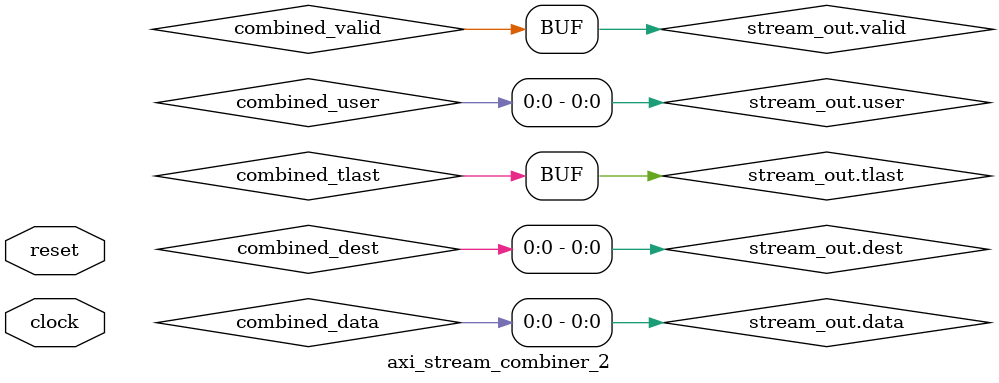
<source format=sv>

`timescale 10ns / 1ns
`include "interfaces.svh"

module axi_stream_combiner_2 #(parameter INPUT_DATA_WIDTH = 16, OUTPUT_DATA_WIDTH = 32, DEST_WIDTH = 8, USER_WIDTH = 8, TLAST_PERIOD = 1024, MSB_DEST_SUPPORT = "TRUE")(
    input wire clock,
    input wire reset,
    axi_stream.slave stream_in_1,
    axi_stream.slave stream_in_2,
    axi_stream.master stream_out
);




    reg [INPUT_DATA_WIDTH-1:0] combined_data;
    reg [DEST_WIDTH-1:0] combined_dest;
    reg [USER_WIDTH-1:0] combined_user;
    reg combined_valid;
    wire combined_tlast;


    generate
        assign stream_out.tlast = combined_tlast;
        assign stream_out.user = combined_user;
        assign stream_out.valid = combined_valid;
        assign stream_out.dest = combined_dest;
        if(MSB_DEST_SUPPORT == "TRUE")
            assign stream_out.data = {combined_dest, {(OUTPUT_DATA_WIDTH-INPUT_DATA_WIDTH-8){combined_data[INPUT_DATA_WIDTH-1]} }, combined_data};
        else
            assign stream_out.data = {{(OUTPUT_DATA_WIDTH-INPUT_DATA_WIDTH){combined_data[INPUT_DATA_WIDTH-1]}},combined_data};
    endgenerate



    ///////////////STREAM COMBINATION SECTION///////////////

    reg int_stream_1_ready, int_stream_2_ready;

    assign stream_in_1.ready = int_stream_1_ready & stream_out.ready;
    assign stream_in_2.ready = int_stream_2_ready & stream_out.ready; 

    always@(posedge clock)begin
        if(~reset)begin
            int_stream_1_ready <= 0;
            int_stream_2_ready <= 0; 
            combined_dest <= 0;
            combined_valid <= 0;
            combined_data <= 0;
            combined_user <= 0;
        end else begin

            if(stream_in_1.valid & stream_out.ready)begin
                int_stream_2_ready <= 0; 
                combined_dest <= stream_in_1.dest;
                combined_data <= stream_in_1.data;
                combined_user <= stream_in_1.user;
                combined_valid <=1;

            end else if(stream_in_2.valid & stream_out.ready)begin
                int_stream_1_ready <= 0; 
                combined_dest <= stream_in_2.dest;
                combined_data <= stream_in_2.data;
                combined_user <= stream_in_2.user;
                combined_valid <=1;

            end else begin
                combined_valid <= 0;
                int_stream_1_ready <= 1;
                int_stream_2_ready <= 1; 
            end
        end
    end



    ///////////////TLAST GENERATION SECTION///////////////

    reg [15:0] tlast_counter_1;
    reg [15:0] tlast_counter_2; 

    reg stream_1_prev_val, stream_2_prev_val;
    reg int_tlast_1, int_tlast_2;

    assign combined_tlast = int_tlast_1 | int_tlast_2;

    always@(posedge clock)begin
        if(~reset)begin
            tlast_counter_1 <= 0;
            stream_1_prev_val <= 0;
            int_tlast_1 <= 0;
        
            tlast_counter_2 <= 0;
            stream_2_prev_val <= 0;
            int_tlast_2 <= 0;
         
        end else begin
            if(stream_in_1.valid & ~stream_1_prev_val)begin
                    if(tlast_counter_1==TLAST_PERIOD-1)begin
                        tlast_counter_1 <= 0;
                        int_tlast_1 <= 1;
                    end else begin
                        tlast_counter_1 <= tlast_counter_1+1;
                    end

                end else if(stream_in_2.valid & ~stream_2_prev_val)begin
                    if(tlast_counter_2==TLAST_PERIOD-1)begin
                        tlast_counter_2 <= 0;
                        int_tlast_2 <= 1;
                    end else begin
                        tlast_counter_2 <= tlast_counter_2+1;
                    end

                end else begin
                    int_tlast_1 <= 0;
                    int_tlast_2 <= 0; 
                end    
        end
        stream_1_prev_val <= stream_in_1.valid;
        stream_2_prev_val <= stream_in_2.valid; 
    end
endmodule
</source>
